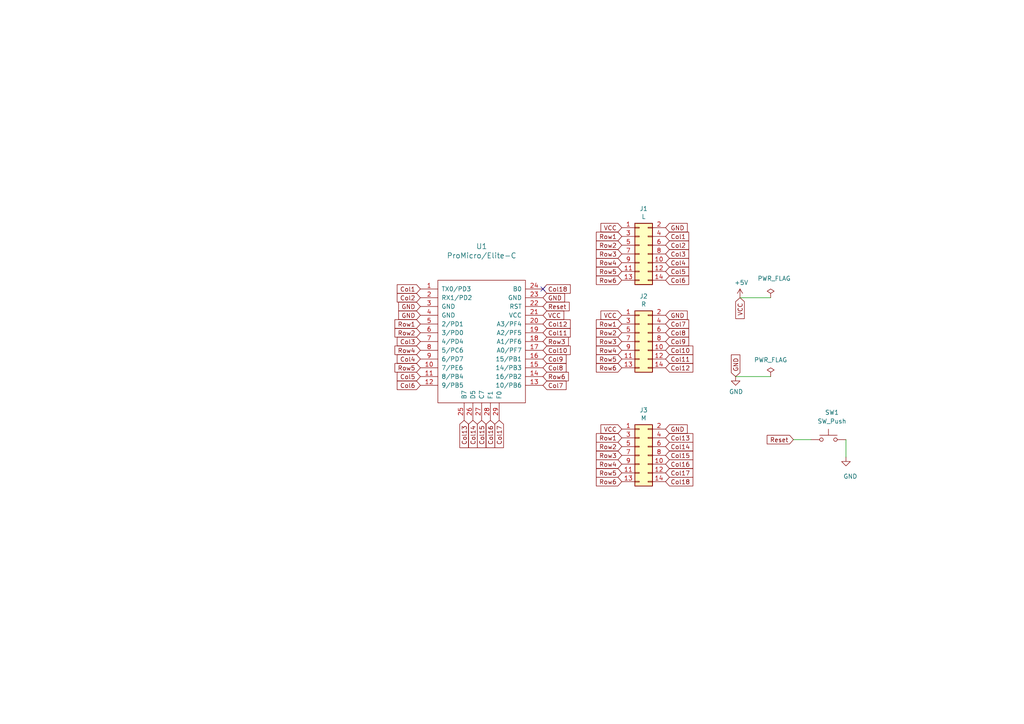
<source format=kicad_sch>
(kicad_sch (version 20211123) (generator eeschema)
  (paper "A4")
  (title_block (title "Pragmatic Bridge Module") (date "2021-11-30") (rev "V0.3") (company "James Sa"))
  (lib_symbols
    (symbol "Connector_Generic:Conn_02x07_Odd_Even" (pin_names (offset 1.016) hide)
      (property "Reference" "J" (at 1.27 10.16 0))
      (property "Value" "Conn_02x07_Odd_Even" (at 1.27 -10.16 0))
      (symbol "Conn_02x07_Odd_Even_1_1"
        (rectangle (start -1.27 -7.493) (end 0 -7.747) (stroke (width 0.1524)))
        (rectangle (start -1.27 -4.953) (end 0 -5.207) (stroke (width 0.1524)))
        (rectangle (start -1.27 -2.413) (end 0 -2.667) (stroke (width 0.1524)))
        (rectangle (start -1.27 0.127) (end 0 -0.127) (stroke (width 0.1524)))
        (rectangle (start -1.27 2.667) (end 0 2.413) (stroke (width 0.1524)))
        (rectangle (start -1.27 5.207) (end 0 4.953) (stroke (width 0.1524)))
        (rectangle (start -1.27 7.747) (end 0 7.493) (stroke (width 0.1524)))
        (rectangle (start -1.27 8.89) (end 3.81 -8.89) (stroke (width 0.254)) (fill (type background)))
        (rectangle (start 3.81 -7.493) (end 2.54 -7.747) (stroke (width 0.1524)))
        (rectangle (start 3.81 -4.953) (end 2.54 -5.207) (stroke (width 0.1524)))
        (rectangle (start 3.81 -2.413) (end 2.54 -2.667) (stroke (width 0.1524)))
        (rectangle (start 3.81 0.127) (end 2.54 -0.127) (stroke (width 0.1524)))
        (rectangle (start 3.81 2.667) (end 2.54 2.413) (stroke (width 0.1524)))
        (rectangle (start 3.81 5.207) (end 2.54 4.953) (stroke (width 0.1524)))
        (rectangle (start 3.81 7.747) (end 2.54 7.493) (stroke (width 0.1524)))
        (pin passive line (at -5.08 7.62 0) (length 3.81) (name "Pin_1") (number "1"))
        (pin passive line (at 7.62 -2.54 180) (length 3.81) (name "Pin_10") (number "10"))
        (pin passive line (at -5.08 -5.08 0) (length 3.81) (name "Pin_11") (number "11"))
        (pin passive line (at 7.62 -5.08 180) (length 3.81) (name "Pin_12") (number "12"))
        (pin passive line (at -5.08 -7.62 0) (length 3.81) (name "Pin_13") (number "13"))
        (pin passive line (at 7.62 -7.62 180) (length 3.81) (name "Pin_14") (number "14"))
        (pin passive line (at 7.62 7.62 180) (length 3.81) (name "Pin_2") (number "2"))
        (pin passive line (at -5.08 5.08 0) (length 3.81) (name "Pin_3") (number "3"))
        (pin passive line (at 7.62 5.08 180) (length 3.81) (name "Pin_4") (number "4"))
        (pin passive line (at -5.08 2.54 0) (length 3.81) (name "Pin_5") (number "5"))
        (pin passive line (at 7.62 2.54 180) (length 3.81) (name "Pin_6") (number "6"))
        (pin passive line (at -5.08 0 0) (length 3.81) (name "Pin_7") (number "7"))
        (pin passive line (at 7.62 0 180) (length 3.81) (name "Pin_8") (number "8"))
        (pin passive line (at -5.08 -2.54 0) (length 3.81) (name "Pin_9") (number "9"))
      )
    )
    (symbol "Keyboard_Keebio:Elite-C" (pin_names (offset 1.016))
      (property "Reference" "U" (at 0 0 0))
      (property "Value" "Elite-C" (at 0 2.54 0))
      (symbol "Elite-C_0_1"
        (rectangle (start 12.7 -19.05) (end -12.7 16.51))
      )
      (symbol "Elite-C_1_1"
        (pin input line (at -17.78 13.97 0) (length 5.08) (name "TX0/PD3") (number "1"))
        (pin input line (at -17.78 -8.89 0) (length 5.08) (name "7/PE6") (number "10"))
        (pin input line (at -17.78 -11.43 0) (length 5.08) (name "8/PB4") (number "11"))
        (pin input line (at -17.78 -13.97 0) (length 5.08) (name "9/PB5") (number "12"))
        (pin input line (at 17.78 -13.97 180) (length 5.08) (name "10/PB6") (number "13"))
        (pin input line (at 17.78 -11.43 180) (length 5.08) (name "16/PB2") (number "14"))
        (pin input line (at 17.78 -8.89 180) (length 5.08) (name "14/PB3") (number "15"))
        (pin input line (at 17.78 -6.35 180) (length 5.08) (name "15/PB1") (number "16"))
        (pin input line (at 17.78 -3.81 180) (length 5.08) (name "A0/PF7") (number "17"))
        (pin input line (at 17.78 -1.27 180) (length 5.08) (name "A1/PF6") (number "18"))
        (pin input line (at 17.78 1.27 180) (length 5.08) (name "A2/PF5") (number "19"))
        (pin input line (at -17.78 11.43 0) (length 5.08) (name "RX1/PD2") (number "2"))
        (pin input line (at 17.78 3.81 180) (length 5.08) (name "A3/PF4") (number "20"))
        (pin input line (at 17.78 6.35 180) (length 5.08) (name "VCC") (number "21"))
        (pin input line (at 17.78 8.89 180) (length 5.08) (name "RST") (number "22"))
        (pin input line (at 17.78 11.43 180) (length 5.08) (name "GND") (number "23"))
        (pin input line (at 17.78 13.97 180) (length 5.08) (name "B0") (number "24"))
        (pin input line (at -5.08 -24.13 90) (length 5.08) (name "B7") (number "25"))
        (pin input line (at -2.54 -24.13 90) (length 5.08) (name "D5") (number "26"))
        (pin input line (at 0 -24.13 90) (length 5.08) (name "C7") (number "27"))
        (pin input line (at 2.54 -24.13 90) (length 5.08) (name "F1") (number "28"))
        (pin input line (at 5.08 -24.13 90) (length 5.08) (name "F0") (number "29"))
        (pin input line (at -17.78 8.89 0) (length 5.08) (name "GND") (number "3"))
        (pin input line (at -17.78 6.35 0) (length 5.08) (name "GND") (number "4"))
        (pin input line (at -17.78 3.81 0) (length 5.08) (name "2/PD1") (number "5"))
        (pin input line (at -17.78 1.27 0) (length 5.08) (name "3/PD0") (number "6"))
        (pin input line (at -17.78 -1.27 0) (length 5.08) (name "4/PD4") (number "7"))
        (pin input line (at -17.78 -3.81 0) (length 5.08) (name "5/PC6") (number "8"))
        (pin input line (at -17.78 -6.35 0) (length 5.08) (name "6/PD7") (number "9"))
      )
    )
    (symbol "Switch:SW_Push" (pin_numbers hide) (pin_names (offset 1.016) hide)
      (property "Reference" "SW" (at 1.27 2.54 0))
      (property "Value" "SW_Push" (at 0 -1.524 0))
      (symbol "SW_Push_0_1"
        (circle (center -2.032 0) (radius 0.508))
        (polyline (pts (xy 0 1.27) (xy 0 3.048)))
        (polyline (pts (xy 2.54 1.27) (xy -2.54 1.27)))
        (circle (center 2.032 0) (radius 0.508))
        (pin passive line (at -5.08 0 0) (length 2.54) (name "1") (number "1"))
        (pin passive line (at 5.08 0 180) (length 2.54) (name "2") (number "2"))
      )
    )
    (symbol "power:+5V" (power) (pin_names (offset 0))
      (property "Value" "+5V" (at 0 3.556 0))
      (symbol "+5V_0_1"
        (polyline (pts (xy -0.762 1.27) (xy 0 2.54)))
        (polyline (pts (xy 0 0) (xy 0 2.54)))
        (polyline (pts (xy 0 2.54) (xy 0.762 1.27)))
      )
      (symbol "+5V_1_1"
        (pin power_in line (at 0 0 90) (length 0) hide (name "+5V") (number "1"))
      )
    )
    (symbol "power:GND" (power) (pin_names (offset 0))
      (property "Value" "GND" (at 0 -3.81 0))
      (symbol "GND_0_1"
        (polyline (pts (xy 0 0) (xy 0 -1.27) (xy 1.27 -1.27) (xy 0 -2.54) (xy -1.27 -1.27) (xy 0 -1.27)))
      )
      (symbol "GND_1_1"
        (pin power_in line (at 0 0 270) (length 0) hide (name "GND") (number "1"))
      )
    )
    (symbol "power:PWR_FLAG" (power) (pin_numbers hide) (pin_names (offset 0) hide)
      (property "Value" "PWR_FLAG" (at 0 3.81 0))
      (symbol "PWR_FLAG_0_0"
        (pin power_out line (at 0 0 90) (length 0) (name "pwr") (number "1"))
      )
      (symbol "PWR_FLAG_0_1"
        (polyline (pts (xy 0 0) (xy 0 1.27) (xy -1.016 1.905) (xy 0 2.54) (xy 1.016 1.905) (xy 0 1.27)))
      )
    )
  )
  (no_connect (at 157.48 83.82))
  (wire (pts (xy 230.124 127.508) (xy 235.204 127.508)))
  (wire (pts (xy 245.364 127.508) (xy 245.364 132.588)))
  (wire (pts (xy 213.36 109.22) (xy 223.52 109.22)))
  (wire (pts (xy 223.52 86.36) (xy 214.63 86.36)))
  (global_label "Col5" (shape input) (at 193.04 78.74 0) (property "Intersheet References" "${INTERSHEET_REFS}" (effects hide)))
  (global_label "Reset" (shape input) (at 157.48 88.9 0) (property "Intersheet References" "${INTERSHEET_REFS}" (effects hide)))
  (global_label "Col2" (shape input) (at 121.92 86.36 180) (property "Intersheet References" "${INTERSHEET_REFS}" (effects hide)))
  (global_label "GND" (shape input) (at 121.92 88.9 180) (property "Intersheet References" "${INTERSHEET_REFS}" (effects hide)))
  (global_label "Row3" (shape input) (at 157.48 99.06 0) (property "Intersheet References" "${INTERSHEET_REFS}" (effects hide)))
  (global_label "Col18" (shape input) (at 193.04 139.7 0) (property "Intersheet References" "${INTERSHEET_REFS}" (effects hide)))
  (global_label "Col2" (shape input) (at 193.04 71.12 0) (property "Intersheet References" "${INTERSHEET_REFS}" (effects hide)))
  (global_label "Row4" (shape input) (at 180.34 101.6 180) (property "Intersheet References" "${INTERSHEET_REFS}" (effects hide)))
  (global_label "Col7" (shape input) (at 157.48 111.76 0) (property "Intersheet References" "${INTERSHEET_REFS}" (effects hide)))
  (global_label "Col6" (shape input) (at 121.92 111.76 180) (property "Intersheet References" "${INTERSHEET_REFS}" (effects hide)))
  (global_label "Col16" (shape input) (at 142.24 121.92 270) (property "Intersheet References" "${INTERSHEET_REFS}" (effects hide)))
  (global_label "Row1" (shape input) (at 180.34 127 180) (property "Intersheet References" "${INTERSHEET_REFS}" (effects hide)))
  (global_label "Col18" (shape input) (at 157.48 83.82 0) (property "Intersheet References" "${INTERSHEET_REFS}" (effects hide)))
  (global_label "Col15" (shape input) (at 139.7 121.92 270) (property "Intersheet References" "${INTERSHEET_REFS}" (effects hide)))
  (global_label "Row6" (shape input) (at 157.48 109.22 0) (property "Intersheet References" "${INTERSHEET_REFS}" (effects hide)))
  (global_label "Col13" (shape input) (at 193.04 127 0) (property "Intersheet References" "${INTERSHEET_REFS}" (effects hide)))
  (global_label "Col14" (shape input) (at 193.04 129.54 0) (property "Intersheet References" "${INTERSHEET_REFS}" (effects hide)))
  (global_label "Row1" (shape input) (at 121.92 93.98 180) (property "Intersheet References" "${INTERSHEET_REFS}" (effects hide)))
  (global_label "VCC" (shape input) (at 214.63 86.36 270) (property "Intersheet References" "${INTERSHEET_REFS}" (effects hide)))
  (global_label "Row1" (shape input) (at 180.34 93.98 180) (property "Intersheet References" "${INTERSHEET_REFS}" (effects hide)))
  (global_label "Row6" (shape input) (at 180.34 106.68 180) (property "Intersheet References" "${INTERSHEET_REFS}" (effects hide)))
  (global_label "Col3" (shape input) (at 121.92 99.06 180) (property "Intersheet References" "${INTERSHEET_REFS}" (effects hide)))
  (global_label "Col8" (shape input) (at 157.48 106.68 0) (property "Intersheet References" "${INTERSHEET_REFS}" (effects hide)))
  (global_label "Row5" (shape input) (at 180.34 78.74 180) (property "Intersheet References" "${INTERSHEET_REFS}" (effects hide)))
  (global_label "Col15" (shape input) (at 193.04 132.08 0) (property "Intersheet References" "${INTERSHEET_REFS}" (effects hide)))
  (global_label "Row4" (shape input) (at 121.92 101.6 180) (property "Intersheet References" "${INTERSHEET_REFS}" (effects hide)))
  (global_label "GND" (shape input) (at 193.04 124.46 0) (property "Intersheet References" "${INTERSHEET_REFS}" (effects hide)))
  (global_label "Col4" (shape input) (at 193.04 76.2 0) (property "Intersheet References" "${INTERSHEET_REFS}" (effects hide)))
  (global_label "Col13" (shape input) (at 134.62 121.92 270) (property "Intersheet References" "${INTERSHEET_REFS}" (effects hide)))
  (global_label "Row6" (shape input) (at 180.34 81.28 180) (property "Intersheet References" "${INTERSHEET_REFS}" (effects hide)))
  (global_label "Row3" (shape input) (at 180.34 99.06 180) (property "Intersheet References" "${INTERSHEET_REFS}" (effects hide)))
  (global_label "Col10" (shape input) (at 193.04 101.6 0) (property "Intersheet References" "${INTERSHEET_REFS}" (effects hide)))
  (global_label "GND" (shape input) (at 193.04 66.04 0) (property "Intersheet References" "${INTERSHEET_REFS}" (effects hide)))
  (global_label "VCC" (shape input) (at 180.34 66.04 180) (property "Intersheet References" "${INTERSHEET_REFS}" (effects hide)))
  (global_label "GND" (shape input) (at 121.92 91.44 180) (property "Intersheet References" "${INTERSHEET_REFS}" (effects hide)))
  (global_label "Row3" (shape input) (at 180.34 132.08 180) (property "Intersheet References" "${INTERSHEET_REFS}" (effects hide)))
  (global_label "VCC" (shape input) (at 180.34 91.44 180) (property "Intersheet References" "${INTERSHEET_REFS}" (effects hide)))
  (global_label "Col1" (shape input) (at 121.92 83.82 180) (property "Intersheet References" "${INTERSHEET_REFS}" (effects hide)))
  (global_label "Row2" (shape input) (at 180.34 71.12 180) (property "Intersheet References" "${INTERSHEET_REFS}" (effects hide)))
  (global_label "Col1" (shape input) (at 193.04 68.58 0) (property "Intersheet References" "${INTERSHEET_REFS}" (effects hide)))
  (global_label "Col4" (shape input) (at 121.92 104.14 180) (property "Intersheet References" "${INTERSHEET_REFS}" (effects hide)))
  (global_label "Row3" (shape input) (at 180.34 73.66 180) (property "Intersheet References" "${INTERSHEET_REFS}" (effects hide)))
  (global_label "Row4" (shape input) (at 180.34 134.62 180) (property "Intersheet References" "${INTERSHEET_REFS}" (effects hide)))
  (global_label "Col10" (shape input) (at 157.48 101.6 0) (property "Intersheet References" "${INTERSHEET_REFS}" (effects hide)))
  (global_label "Col16" (shape input) (at 193.04 134.62 0) (property "Intersheet References" "${INTERSHEET_REFS}" (effects hide)))
  (global_label "Col5" (shape input) (at 121.92 109.22 180) (property "Intersheet References" "${INTERSHEET_REFS}" (effects hide)))
  (global_label "Col12" (shape input) (at 157.48 93.98 0) (property "Intersheet References" "${INTERSHEET_REFS}" (effects hide)))
  (global_label "Col14" (shape input) (at 137.16 121.92 270) (property "Intersheet References" "${INTERSHEET_REFS}" (effects hide)))
  (global_label "Reset" (shape input) (at 230.124 127.508 180) (property "Intersheet References" "${INTERSHEET_REFS}" (effects hide)))
  (global_label "Row5" (shape input) (at 180.34 137.16 180) (property "Intersheet References" "${INTERSHEET_REFS}" (effects hide)))
  (global_label "Row2" (shape input) (at 121.92 96.52 180) (property "Intersheet References" "${INTERSHEET_REFS}" (effects hide)))
  (global_label "Row4" (shape input) (at 180.34 76.2 180) (property "Intersheet References" "${INTERSHEET_REFS}" (effects hide)))
  (global_label "Row5" (shape input) (at 121.92 106.68 180) (property "Intersheet References" "${INTERSHEET_REFS}" (effects hide)))
  (global_label "Row1" (shape input) (at 180.34 68.58 180) (property "Intersheet References" "${INTERSHEET_REFS}" (effects hide)))
  (global_label "Row2" (shape input) (at 180.34 129.54 180) (property "Intersheet References" "${INTERSHEET_REFS}" (effects hide)))
  (global_label "Col11" (shape input) (at 157.48 96.52 0) (property "Intersheet References" "${INTERSHEET_REFS}" (effects hide)))
  (global_label "Col17" (shape input) (at 144.78 121.92 270) (property "Intersheet References" "${INTERSHEET_REFS}" (effects hide)))
  (global_label "Col11" (shape input) (at 193.04 104.14 0) (property "Intersheet References" "${INTERSHEET_REFS}" (effects hide)))
  (global_label "GND" (shape input) (at 213.36 109.22 90) (property "Intersheet References" "${INTERSHEET_REFS}" (effects hide)))
  (global_label "Col9" (shape input) (at 157.48 104.14 0) (property "Intersheet References" "${INTERSHEET_REFS}" (effects hide)))
  (global_label "Col6" (shape input) (at 193.04 81.28 0) (property "Intersheet References" "${INTERSHEET_REFS}" (effects hide)))
  (global_label "Col12" (shape input) (at 193.04 106.68 0) (property "Intersheet References" "${INTERSHEET_REFS}" (effects hide)))
  (global_label "VCC" (shape input) (at 157.48 91.44 0) (property "Intersheet References" "${INTERSHEET_REFS}" (effects hide)))
  (global_label "Col7" (shape input) (at 193.04 93.98 0) (property "Intersheet References" "${INTERSHEET_REFS}" (effects hide)))
  (global_label "Row2" (shape input) (at 180.34 96.52 180) (property "Intersheet References" "${INTERSHEET_REFS}" (effects hide)))
  (global_label "Col9" (shape input) (at 193.04 99.06 0) (property "Intersheet References" "${INTERSHEET_REFS}" (effects hide)))
  (global_label "Row6" (shape input) (at 180.34 139.7 180) (property "Intersheet References" "${INTERSHEET_REFS}" (effects hide)))
  (global_label "Col8" (shape input) (at 193.04 96.52 0) (property "Intersheet References" "${INTERSHEET_REFS}" (effects hide)))
  (global_label "VCC" (shape input) (at 180.34 124.46 180) (property "Intersheet References" "${INTERSHEET_REFS}" (effects hide)))
  (global_label "GND" (shape input) (at 157.48 86.36 0) (property "Intersheet References" "${INTERSHEET_REFS}" (effects hide)))
  (global_label "Col3" (shape input) (at 193.04 73.66 0) (property "Intersheet References" "${INTERSHEET_REFS}" (effects hide)))
  (global_label "GND" (shape input) (at 193.04 91.44 0) (property "Intersheet References" "${INTERSHEET_REFS}" (effects hide)))
  (global_label "Row5" (shape input) (at 180.34 104.14 180) (property "Intersheet References" "${INTERSHEET_REFS}" (effects hide)))
  (global_label "Col17" (shape input) (at 193.04 137.16 0) (property "Intersheet References" "${INTERSHEET_REFS}" (effects hide)))
  (symbol (lib_id "Keyboard_Keebio:Elite-C") (at 139.7 97.79 0) (unit 1)
    (property "Reference" "U1" (at 139.7 71.4502 0) (effects (font (size 1.524 1.524))))
    (property "Value" "ProMicro/Elite-C" (at 139.7 74.1426 0) (effects (font (size 1.524 1.524))))
    (property "Footprint" "Keyboard_Keebio-Parts:Elite-C" (effects hide))
  )
  (symbol (lib_id "Connector_Generic:Conn_02x07_Odd_Even") (at 185.42 73.66 0) (unit 1)
    (property "Reference" "J1" (at 186.69 60.5282 0))
    (property "Value" "L" (at 186.69 62.8396 0))
    (property "Footprint" "Connector_IDC:IDC-Header_2x07_P2.54mm_Vertical" (effects hide))
    (property "LCSC" "C3406" (effects hide))
  )
  (symbol (lib_id "Connector_Generic:Conn_02x07_Odd_Even") (at 185.42 99.06 0) (unit 1)
    (property "Reference" "J2" (at 186.69 85.9282 0))
    (property "Value" "R" (at 186.69 88.2396 0))
    (property "Footprint" "Connector_IDC:IDC-Header_2x07_P2.54mm_Vertical" (effects hide))
    (property "LCSC" "C3406" (effects hide))
  )
  (symbol (lib_id "power:+5V") (at 214.63 86.36 0) (unit 1)
    (property "Reference" "#PWR0101" (effects hide))
    (property "Value" "+5V" (at 215.011 81.9658 0))
  )
  (symbol (lib_id "Switch:SW_Push") (at 240.284 127.508 0) (unit 1)
    (property "Reference" "SW1" (at 241.3 119.634 0))
    (property "Value" "SW_Push" (at 241.3 122.174 0))
    (property "Footprint" "Button_Switch_THT:SW_PUSH_6mm" (effects hide))
    (property "LCSC" "C620316" (effects hide))
  )
  (symbol (lib_id "power:GND") (at 245.364 132.588 0) (unit 1)
    (property "Reference" "#PWR01" (effects hide))
    (property "Value" "GND" (at 246.634 138.176 0))
  )
  (symbol (lib_id "power:PWR_FLAG") (at 223.52 86.36 0) (unit 1)
    (property "Reference" "#FLG0101" (effects hide))
    (property "Value" "PWR_FLAG" (at 224.536 80.772 0))
  )
  (symbol (lib_id "power:GND") (at 213.36 109.22 0) (unit 1)
    (property "Reference" "#PWR0103" (effects hide))
    (property "Value" "GND" (at 213.487 113.6142 0))
  )
  (symbol (lib_id "power:PWR_FLAG") (at 223.52 109.22 0) (unit 1)
    (property "Reference" "#FLG0102" (effects hide))
    (property "Value" "PWR_FLAG" (at 223.52 104.394 0))
  )
  (symbol (lib_id "Connector_Generic:Conn_02x07_Odd_Even") (at 185.42 132.08 0) (unit 1)
    (property "Reference" "J3" (at 186.69 118.9482 0))
    (property "Value" "M" (at 186.69 121.2596 0))
    (property "Footprint" "Connector_IDC:IDC-Header_2x07_P2.54mm_Vertical" (effects hide))
    (property "LCSC" "C3406" (effects hide))
  )
)
</source>
